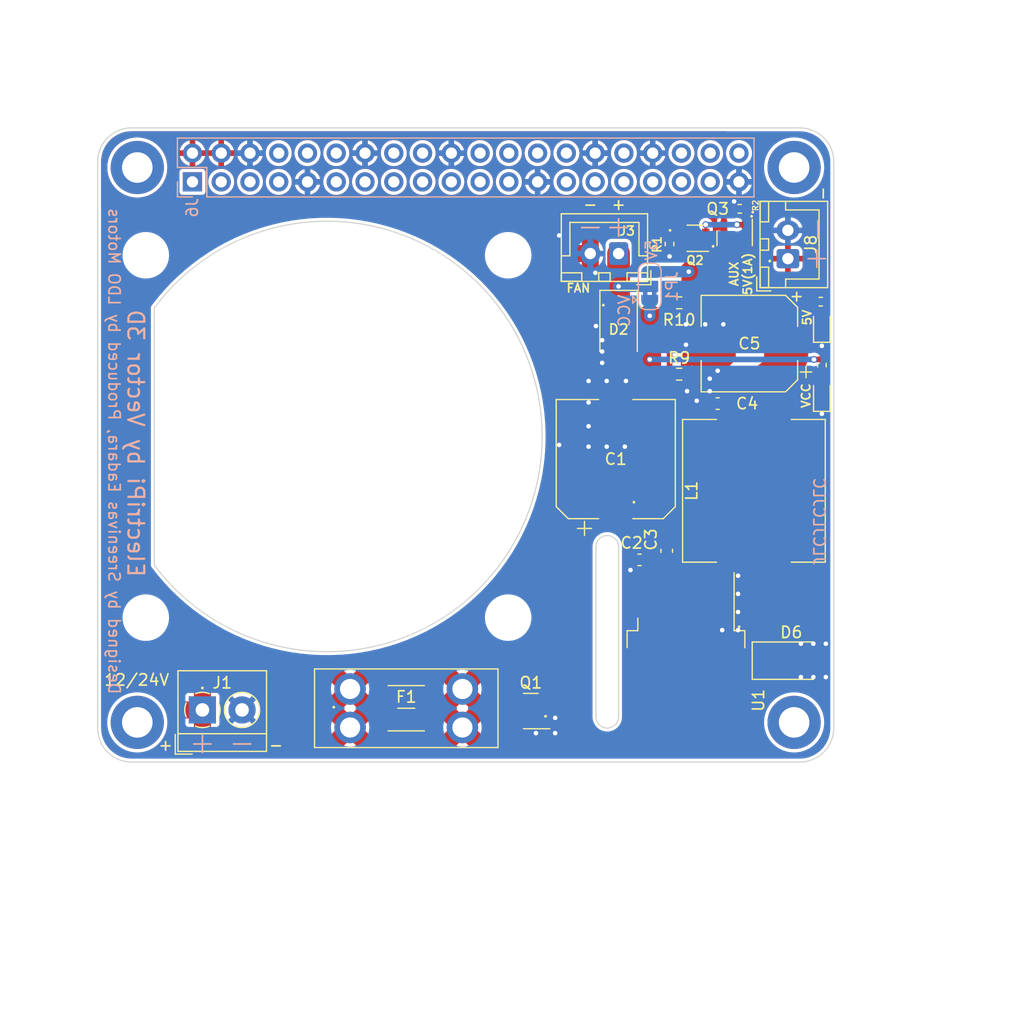
<source format=kicad_pcb>
(kicad_pcb (version 20211014) (generator pcbnew)
  (layers (0 "F.Cu" signal) (31 "B.Cu" signal) (34 "B.Paste" user) (35 "F.Paste" user) (36 "B.SilkS" user "B.Silkscreen") (37 "F.SilkS" user "F.Silkscreen") (38 "B.Mask" user) (39 "F.Mask" user) (44 "Edge.Cuts" user))
  (net 0 "")
  (net 1 "VCC")
  (net 2 "GND")
  (net 3 "Net-(C3-Pad1)")
  (net 4 "+5V")
  (net 5 "Net-(D3-Pad2)")
  (net 6 "Net-(D5-Pad2)")
  (net 7 "Net-(D6-Pad1)")
  (net 8 "Net-(F1-Pad1)")
  (net 9 "Net-(F1-Pad2)")
  (net 10 "5V_PI")
  (net 31 "Net-(Q2-Pad6)")
  (net 32 "Net-(Q2-Pad3)")
  (net 33 "Net-(R10-Pad1)")
  (net 34 "Net-(D2-Pad1)")
  (footprint "Connector_JST:JST_XH_B2B-XH-A_1x02_P2.50mm_Vertical" (layer "F.Cu") (at 146.2 64.8 90)
    (fp_text reference "J8" (at 1.25 2.025 90) (layer "F.SilkS"))
    (fp_text value "JST XH 01x02")
    (fp_line (start -0.75 -1.7) (end -0.75 -2.45) (layer "F.SilkS") (width 0.12))
    (fp_line (start 5.05 -0.2) (end 4.3 -0.2) (layer "F.SilkS") (width 0.12))
    (fp_line (start 0.75 -1.7) (end 1.75 -1.7) (layer "F.SilkS") (width 0.12))
    (fp_line (start -2.55 -2.45) (end -2.55 -1.7) (layer "F.SilkS") (width 0.12))
    (fp_line (start -2.56 -2.46) (end -2.56 3.51) (layer "F.SilkS") (width 0.12))
    (fp_line (start -2.85 -2.75) (end -2.85 -1.5) (layer "F.SilkS") (width 0.12))
    (fp_line (start -2.55 -0.2) (end -1.8 -0.2) (layer "F.SilkS") (width 0.12))
    (fp_line (start 1.75 -2.45) (end 0.75 -2.45) (layer "F.SilkS") (width 0.12))
    (fp_line (start -1.8 -0.2) (end -1.8 2.75) (layer "F.SilkS") (width 0.12))
    (fp_line (start 4.3 2.75) (end 1.25 2.75) (layer "F.SilkS") (width 0.12))
    (fp_line (start -2.55 -1.7) (end -0.75 -1.7) (layer "F.SilkS") (width 0.12))
    (fp_line (start 1.75 -1.7) (end 1.75 -2.45) (layer "F.SilkS") (width 0.12))
    (fp_line (start 5.06 3.51) (end 5.06 -2.46) (layer "F.SilkS") (width 0.12))
    (fp_line (start 5.05 -1.7) (end 5.05 -2.45) (layer "F.SilkS") (width 0.12))
    (fp_line (start -1.8 2.75) (end 1.25 2.75) (layer "F.SilkS") (width 0.12))
    (fp_line (start -0.75 -2.45) (end -2.55 -2.45) (layer "F.SilkS") (width 0.12))
    (fp_line (start 4.3 -0.2) (end 4.3 2.75) (layer "F.SilkS") (width 0.12))
    (fp_line (start 3.25 -1.7) (end 5.05 -1.7) (layer "F.SilkS") (width 0.12))
    (fp_line (start 5.05 -2.45) (end 3.25 -2.45) (layer "F.SilkS") (width 0.12))
    (fp_line (start -1.6 -2.75) (end -2.85 -2.75) (layer "F.SilkS") (width 0.12))
    (fp_line (start -2.56 3.51) (end 5.06 3.51) (layer "F.SilkS") (width 0.12))
    (fp_line (start 5.06 -2.46) (end -2.56 -2.46) (layer "F.SilkS") (width 0.12))
    (fp_line (start 3.25 -2.45) (end 3.25 -1.7) (layer "F.SilkS") (width 0.12))
    (fp_line (start 0.75 -2.45) (end 0.75 -1.7) (layer "F.SilkS") (width 0.12))
    (pad "1" thru_hole roundrect (at 0 0 90) (size 1.7 2) (drill 1) (layers *.Cu *.Mask) (roundrect_rratio 0.1470588235) (net 4 "+5V"))
    (pad "2" thru_hole oval (at 2.5 0 90) (size 1.7 2) (drill 1) (layers *.Cu *.Mask) (net 2 "GND"))
  )
  (footprint "Resistor_SMD:R_0402_1005Metric" (layer "F.Cu") (at 141.95 60.4 180)
    (fp_text reference "R2" (at -1.4 0.3 90) (layer "F.SilkS") (effects (font (size 0.5 0.5) (thickness 0.1))))
    (fp_text value "47K")
    (fp_line (start -0.153641 -0.38) (end 0.153641 -0.38) (layer "F.SilkS") (width 0.12))
    (fp_line (start -0.153641 0.38) (end 0.153641 0.38) (layer "F.SilkS") (width 0.12))
    (pad "1" smd roundrect (at -0.51 0 180) (size 0.54 0.64) (layers "F.Cu" "F.Paste" "F.Mask") (net 32 "Net-(Q2-Pad3)"))
    (pad "2" smd roundrect (at 0.51 0 180) (size 0.54 0.64) (layers "F.Cu" "F.Paste" "F.Mask") (net 2 "GND"))
  )
  (footprint "Resistor_SMD:R_0603_1608Metric" (layer "F.Cu") (at 136.6 75)
    (fp_text reference "R9" (at 0 -1.43) (layer "F.SilkS"))
    (fp_text value "3.3K")
    (fp_line (start -0.237258 -0.5225) (end 0.237258 -0.5225) (layer "F.SilkS") (width 0.12))
    (fp_line (start -0.237258 0.5225) (end 0.237258 0.5225) (layer "F.SilkS") (width 0.12))
    (pad "1" smd roundrect (at -0.825 0) (size 0.8 0.95) (layers "F.Cu" "F.Paste" "F.Mask") (net 33 "Net-(R10-Pad1)"))
    (pad "2" smd roundrect (at 0.825 0) (size 0.8 0.95) (layers "F.Cu" "F.Paste" "F.Mask") (net 2 "GND"))
  )
  (footprint "Package_TO_SOT_SMD:SOT-363_SC-70-6" (layer "F.Cu") (at 138 63 180)
    (fp_text reference "Q2" (at 0 -1.95) (layer "F.SilkS") (effects (font (size 0.75 0.75))))
    (fp_text value "50nA 150V 200mW 200mA")
    (fp_line (start 0.7 -1.16) (end -1.2 -1.16) (layer "F.SilkS") (width 0.12))
    (fp_line (start -0.7 1.16) (end 0.7 1.16) (layer "F.SilkS") (width 0.12))
    (pad "1" smd rect (at -0.95 -0.65 180) (size 0.65 0.4) (layers "F.Cu" "F.Paste" "F.Mask") (net 4 "+5V"))
    (pad "2" smd rect (at -0.95 0 180) (size 0.65 0.4) (layers "F.Cu" "F.Paste" "F.Mask") (net 31 "Net-(Q2-Pad6)"))
    (pad "3" smd rect (at -0.95 0.65 180) (size 0.65 0.4) (layers "F.Cu" "F.Paste" "F.Mask") (net 32 "Net-(Q2-Pad3)"))
    (pad "4" smd rect (at 0.95 0.65 180) (size 0.65 0.4) (layers "F.Cu" "F.Paste" "F.Mask") (net 10 "5V_PI"))
    (pad "5" smd rect (at 0.95 0 180) (size 0.65 0.4) (layers "F.Cu" "F.Paste" "F.Mask") (net 31 "Net-(Q2-Pad6)"))
    (pad "6" smd rect (at 0.95 -0.65 180) (size 0.65 0.4) (layers "F.Cu" "F.Paste" "F.Mask") (net 31 "Net-(Q2-Pad6)"))
  )
  (footprint "MountingHole:MountingHole_2.7mm_M2.5_DIN965_Pad" (layer "F.Cu") (at 88.75 56.75)
    (fp_text reference "H2" hide)
    (fp_text value "MountingHole")
    (pad "1" thru_hole circle locked (at 0 0) (size 4.7 4.7) (drill 2.7) (layers *.Cu *.Mask))
  )
  (footprint "Diode_SMD:D_SMA" (layer "F.Cu") (at 131.25 71 -90)
    (fp_text reference "D2" (at 0.05 0) (layer "F.SilkS") (effects (font (size 0.9 0.9))))
    (fp_text value "SS54")
    (fp_line (start -3.4 -1.65) (end 2 -1.65) (layer "F.SilkS") (width 0.12))
    (fp_line (start -3.4 -1.65) (end -3.4 1.65) (layer "F.SilkS") (width 0.12))
    (fp_line (start -3.4 1.65) (end 2 1.65) (layer "F.SilkS") (width 0.12))
    (pad "1" smd rect (at -2 0 270) (size 2.5 1.8) (layers "F.Cu" "F.Paste" "F.Mask") (net 34 "Net-(D2-Pad1)"))
    (pad "2" smd rect (at 2 0 270) (size 2.5 1.8) (layers "F.Cu" "F.Paste" "F.Mask") (net 2 "GND"))
  )
  (footprint "TerminalBlock_4Ucon:TerminalBlock_4Ucon_1x02_P3.50mm_Horizontal" (layer "F.Cu") (at 94.5 104.65)
    (fp_text reference "J1" (at 1.75 -2.4) (layer "F.SilkS"))
    (fp_text value "2444")
    (fp_line (start -2.16 2.1) (end 5.66 2.1) (layer "F.SilkS") (width 0.12))
    (fp_line (start -2.16 -3.46) (end -2.16 3.66) (layer "F.SilkS") (width 0.12))
    (fp_line (start -2.4 2.16) (end -2.4 3.9) (layer "F.SilkS") (width 0.12))
    (fp_line (start 5.66 -3.46) (end 5.66 3.66) (layer "F.SilkS") (width 0.12))
    (fp_line (start -2.16 -3.46) (end 5.66 -3.46) (layer "F.SilkS") (width 0.12))
    (fp_line (start -2.16 3.66) (end 5.66 3.66) (layer "F.SilkS") (width 0.12))
    (fp_line (start -2.4 3.9) (end -0.9 3.9) (layer "F.SilkS") (width 0.12))
    (fp_arc (start 1.432109 -0.607742) (mid 1.555727 0.00014) (end 1.432 0.608) (layer "F.SilkS") (width 0.12))
    (fp_arc (start -0.607742 -1.432109) (mid 0.00014 -1.555727) (end 0.608 -1.432) (layer "F.SilkS") (width 0.12))
    (fp_arc (start -1.432109 0.607742) (mid -1.555727 -0.00014) (end -1.432 -0.608) (layer "F.SilkS") (width 0.12))
    (fp_arc (start 0.027011 1.555493) (mid -0.296984 1.527118) (end -0.608 1.432) (layer "F.SilkS") (width 0.12))
    (fp_arc (start 0.607587 1.431385) (mid 0.310017 1.523783) (end 0 1.555) (layer "F.SilkS") (width 0.12))
    (fp_circle (center 3.5 0) (end 5.055 0) (layer "F.SilkS") (width 0.12) (fill none))
    (pad "1" thru_hole rect (at 0 0) (size 2.4 2.4) (drill 1.2) (layers *.Cu *.Mask) (net 8 "Net-(F1-Pad1)"))
    (pad "2" thru_hole circle (at 3.5 0) (size 2.4 2.4) (drill 1.2) (layers *.Cu *.Mask) (net 2 "GND"))
  )
  (footprint "Capacitor_SMD:C_0603_1608Metric" (layer "F.Cu") (at 135.5 90.6 90)
    (fp_text reference "C3" (at 1 -1.4 90) (layer "F.SilkS"))
    (fp_text value "1 uF")
    (fp_line (start -0.14058 0.51) (end 0.14058 0.51) (layer "F.SilkS") (width 0.12))
    (fp_line (start -0.14058 -0.51) (end 0.14058 -0.51) (layer "F.SilkS") (width 0.12))
    (pad "1" smd roundrect (at -0.775 0 90) (size 0.9 0.95) (layers "F.Cu" "F.Paste" "F.Mask") (net 3 "Net-(C3-Pad1)"))
    (pad "2" smd roundrect (at 0.775 0 90) (size 0.9 0.95) (layers "F.Cu" "F.Paste" "F.Mask") (net 1 "VCC"))
  )
  (footprint "Capacitor_SMD:CP_Elec_8x10" (layer "F.Cu") (at 142.8 72.3 180)
    (fp_text reference "C5" (at 0 0 180) (layer "F.SilkS"))
    (fp_text value "1000uF")
    (fp_line (start -4.26 -3.195563) (end -4.26 -1.51) (layer "F.SilkS") (width 0.12))
    (fp_line (start -3.195563 4.26) (end 4.26 4.26) (layer "F.SilkS") (width 0.12))
    (fp_line (start -4.26 3.195563) (end -4.26 1.51) (layer "F.SilkS") (width 0.12))
    (fp_line (start 4.26 4.26) (end 4.26 1.51) (layer "F.SilkS") (width 0.12))
    (fp_line (start -3.195563 -4.26) (end 4.26 -4.26) (layer "F.SilkS") (width 0.12))
    (fp_line (start -4.26 -3.195563) (end -3.195563 -4.26) (layer "F.SilkS") (width 0.12))
    (fp_line (start 4.26 -4.26) (end 4.26 -1.51) (layer "F.SilkS") (width 0.12))
    (fp_line (start -5.5 -2.51) (end -4.5 -2.51) (layer "F.SilkS") (width 0.12))
    (fp_line (start -5 -3.01) (end -5 -2.01) (layer "F.SilkS") (width 0.12))
    (fp_line (start -4.26 3.195563) (end -3.195563 4.26) (layer "F.SilkS") (width 0.12))
    (pad "1" smd roundrect (at -3.25 0 180) (size 3.5 2.5) (layers "F.Cu" "F.Paste" "F.Mask") (roundrect_rratio 0.1) (net 4 "+5V"))
    (pad "2" smd roundrect (at 3.25 0 180) (size 3.5 2.5) (layers "F.Cu" "F.Paste" "F.Mask") (roundrect_rratio 0.1) (net 2 "GND"))
  )
  (footprint "Package_TO_SOT_SMD:SOT-23" (layer "F.Cu") (at 123.5 104.75 180)
    (fp_text reference "Q1" (at 0 2.5) (layer "F.SilkS"))
    (fp_text value "30V 4A 44mΩ")
    (fp_line (start 0 1.56) (end -0.65 1.56) (layer "F.SilkS") (width 0.12))
    (fp_line (start 0 -1.56) (end 0.65 -1.56) (layer "F.SilkS") (width 0.12))
    (fp_line (start 0 1.56) (end 0.65 1.56) (layer "F.SilkS") (width 0.12))
    (fp_line (start 0 -1.56) (end -1.675 -1.56) (layer "F.SilkS") (width 0.12))
    (pad "1" smd roundrect (at -0.9375 -0.95 180) (size 1.475 0.6) (layers "F.Cu" "F.Paste" "F.Mask") (net 2 "GND"))
    (pad "2" smd roundrect (at -0.9375 0.95 180) (size 1.475 0.6) (layers "F.Cu" "F.Paste" "F.Mask") (net 1 "VCC"))
    (pad "3" smd roundrect (at 0.9375 0 180) (size 1.475 0.6) (layers "F.Cu" "F.Paste" "F.Mask") (net 9 "Net-(F1-Pad2)"))
  )
  (footprint "Resistor_SMD:R_0402_1005Metric" (layer "F.Cu") (at 135.75 63.5 -90)
    (fp_text reference "R1" (at 0.05 1.1 90) (layer "F.SilkS") (effects (font (size 0.75 0.75))))
    (fp_text value "10K")
    (fp_line (start -0.153641 0.38) (end 0.153641 0.38) (layer "F.SilkS") (width 0.12))
    (fp_line (start -0.153641 -0.38) (end 0.153641 -0.38) (layer "F.SilkS") (width 0.12))
    (pad "1" smd roundrect (at -0.51 0 270) (size 0.54 0.64) (layers "F.Cu" "F.Paste" "F.Mask") (net 31 "Net-(Q2-Pad6)"))
    (pad "2" smd roundrect (at 0.51 0 270) (size 0.54 0.64) (layers "F.Cu" "F.Paste" "F.Mask") (net 2 "GND"))
  )
  (footprint "Package_TO_SOT_SMD:SOT-23" (layer "F.Cu") (at 141.5 63 -90)
    (fp_text reference "Q3" (at -2.6 1.5 180) (layer "F.SilkS"))
    (fp_text value "30V 4A 44mΩ")
    (fp_line (start 0 -1.56) (end -1.675 -1.56) (layer "F.SilkS") (width 0.12))
    (fp_line (start 0 1.56) (end 0.65 1.56) (layer "F.SilkS") (width 0.12))
    (fp_line (start 0 -1.56) (end 0.65 -1.56) (layer "F.SilkS") (width 0.12))
    (fp_line (start 0 1.56) (end -0.65 1.56) (layer "F.SilkS") (width 0.12))
    (pad "1" smd roundrect (at -0.9375 -0.95 270) (size 1.475 0.6) (layers "F.Cu" "F.Paste" "F.Mask") (net 32 "Net-(Q2-Pad3)"))
    (pad "2" smd roundrect (at -0.9375 0.95 270) (size 1.475 0.6) (layers "F.Cu" "F.Paste" "F.Mask") (net 10 "5V_PI"))
    (pad "3" smd roundrect (at 0.9375 0 270) (size 1.475 0.6) (layers "F.Cu" "F.Paste" "F.Mask") (net 4 "+5V"))
  )
  (footprint "Capacitor_SMD:C_0603_1608Metric" (layer "F.Cu") (at 140 77.6 180)
    (fp_text reference "C4" (at -2.6 0) (layer "F.SilkS"))
    (fp_text value "1 uF")
    (fp_line (start -0.14058 0.51) (end 0.14058 0.51) (layer "F.SilkS") (width 0.12))
    (fp_line (start -0.14058 -0.51) (end 0.14058 -0.51) (layer "F.SilkS") (width 0.12))
    (pad "1" smd roundrect (at -0.775 0 180) (size 0.9 0.95) (layers "F.Cu" "F.Paste" "F.Mask") (net 4 "+5V"))
    (pad "2" smd roundrect (at 0.775 0 180) (size 0.9 0.95) (layers "F.Cu" "F.Paste" "F.Mask") (net 2 "GND"))
  )
  (footprint "Package_TO_SOT_SMD:TO-263-5_TabPin3" (layer "F.Cu") (at 137.2 100.6 -90)
    (fp_text reference "U1" (at 3.2 -6.4 90) (layer "F.SilkS"))
    (fp_text value "XL4015")
    (fp_line (start -2.95 -4.25) (end -8.075 -4.25) (layer "F.SilkS") (width 0.12))
    (fp_line (start -1.45 5.2) (end -2.95 5.2) (layer "F.SilkS") (width 0.12))
    (fp_line (start -1.45 -5.2) (end -2.95 -5.2) (layer "F.SilkS") (width 0.12))
    (fp_line (start -2.95 4.25) (end -4.05 4.25) (layer "F.SilkS") (width 0.12))
    (fp_line (start -2.95 -5.2) (end -2.95 -4.25) (layer "F.SilkS") (width 0.12))
    (fp_line (start -2.95 5.2) (end -2.95 4.25) (layer "F.SilkS") (width 0.12))
    (pad "1" smd rect (at -5.775 -3.4 270) (size 4.6 1.1) (layers "F.Cu" "F.Paste" "F.Mask") (net 2 "GND"))
    (pad "2" smd rect (at -5.775 -1.7 270) (size 4.6 1.1) (layers "F.Cu" "F.Paste" "F.Mask") (net 33 "Net-(R10-Pad1)"))
    (pad "3" smd rect (at -5.775 0 270) (size 4.6 1.1) (layers "F.Cu" "F.Paste" "F.Mask") (net 7 "Net-(D6-Pad1)"))
    (pad "3" smd rect (at 3.375 0 270) (size 9.4 10.8) (layers "F.Cu" "F.Mask") (net 7 "Net-(D6-Pad1)"))
    (pad "4" smd rect (at -5.775 1.7 270) (size 4.6 1.1) (layers "F.Cu" "F.Paste" "F.Mask") (net 3 "Net-(C3-Pad1)"))
    (pad "5" smd rect (at -5.775 3.4 270) (size 4.6 1.1) (layers "F.Cu" "F.Paste" "F.Mask") (net 1 "VCC"))
  )
  (footprint "MountingHole:MountingHole_3.5mm" (layer "F.Cu") (at 89.5 96.5)
    (fp_text reference "H5" hide)
    (fp_text value "MountingHole")
    (pad "" np_thru_hole circle locked (at 0 0) (size 3.5 3.5) (drill 3.5) (layers *.Cu *.Mask))
  )
  (footprint "Resistor_SMD:R_0402_1005Metric" (layer "F.Cu") (at 149.1 68.6 180)
    (fp_text reference "R6" hide)
    (fp_text value "1kR")
    (fp_line (start -0.153641 0.38) (end 0.153641 0.38) (layer "F.SilkS") (width 0.12))
    (fp_line (start -0.153641 -0.38) (end 0.153641 -0.38) (layer "F.SilkS") (width 0.12))
    (pad "1" smd roundrect (at -0.51 0 180) (size 0.54 0.64) (layers "F.Cu" "F.Paste" "F.Mask") (net 5 "Net-(D3-Pad2)"))
    (pad "2" smd roundrect (at 0.51 0 180) (size 0.54 0.64) (layers "F.Cu" "F.Paste" "F.Mask") (net 4 "+5V"))
  )
  (footprint "Fuse:Fuseholder_Blade_Mini_Keystone_3568" (layer "F.Cu") (at 107.54 102.8)
    (fp_text reference "F1" (at 4.96 0.7) (layer "F.SilkS"))
    (fp_text value "5A")
    (fp_line (start 6.56 3.7) (end 3.36 3.7) (layer "F.SilkS") (width 0.12))
    (fp_line (start 13.06 5.17) (end 13.06 -1.77) (layer "F.SilkS") (width 0.12))
    (fp_line (start 13.06 -1.77) (end -3.14 -1.77) (layer "F.SilkS") (width 0.12))
    (fp_line (start 3.36 -0.3) (end 6.56 -0.3) (layer "F.SilkS") (width 0.12))
    (fp_line (start -3.14 5.17) (end 13.06 5.17) (layer "F.SilkS") (width 0.12))
    (fp_line (start -3.14 -1.77) (end -3.14 5.17) (layer "F.SilkS") (width 0.12))
    (fp_line (start 4.21 1.7) (end 5.71 1.7) (layer "F.SilkS") (width 0.12))
    (pad "1" thru_hole circle (at 0 0) (size 2.78 2.78) (drill 1.78) (layers *.Cu *.Mask) (net 8 "Net-(F1-Pad1)"))
    (pad "1" thru_hole circle (at 0 3.4) (size 2.78 2.78) (drill 1.78) (layers *.Cu *.Mask) (net 8 "Net-(F1-Pad1)"))
    (pad "2" thru_hole circle (at 9.92 3.4) (size 2.78 2.78) (drill 1.78) (layers *.Cu *.Mask) (net 9 "Net-(F1-Pad2)"))
    (pad "2" thru_hole circle (at 9.92 0) (size 2.78 2.78) (drill 1.78) (layers *.Cu *.Mask) (net 9 "Net-(F1-Pad2)"))
  )
  (footprint "Diode_SMD:D_SMA" (layer "F.Cu") (at 146.45 100.3)
    (fp_text reference "D6" (at 0.05 -2.5) (layer "F.SilkS"))
    (fp_text value "SS54")
    (fp_line (start -3.4 1.65) (end 2 1.65) (layer "F.SilkS") (width 0.12))
    (fp_line (start -3.4 -1.65) (end 2 -1.65) (layer "F.SilkS") (width 0.12))
    (fp_line (start -3.4 -1.65) (end -3.4 1.65) (layer "F.SilkS") (width 0.12))
    (pad "1" smd rect (at -2 0) (size 2.5 1.8) (layers "F.Cu" "F.Paste" "F.Mask") (net 7 "Net-(D6-Pad1)"))
    (pad "2" smd rect (at 2 0) (size 2.5 1.8) (layers "F.Cu" "F.Paste" "F.Mask") (net 2 "GND"))
  )
  (footprint "Connector_JST:JST_XH_B2B-XH-A_1x02_P2.50mm_Vertical" (layer "F.Cu") (at 131.25 64.35 180)
    (fp_text reference "J3" (at -0.75 2) (layer "F.SilkS") (effects (font (size 0.8 0.8))))
    (fp_text value "JST XH 01x02")
    (fp_line (start 3.25 -2.45) (end 3.25 -1.7) (layer "F.SilkS") (width 0.12))
    (fp_line (start 1.75 -2.45) (end 0.75 -2.45) (layer "F.SilkS") (width 0.12))
    (fp_line (start -2.55 -1.7) (end -0.75 -1.7) (layer "F.SilkS") (width 0.12))
    (fp_line (start -1.6 -2.75) (end -2.85 -2.75) (layer "F.SilkS") (width 0.12))
    (fp_line (start -2.55 -0.2) (end -1.8 -0.2) (layer "F.SilkS") (width 0.12))
    (fp_line (start -0.75 -2.45) (end -2.55 -2.45) (layer "F.SilkS") (width 0.12))
    (fp_line (start 3.25 -1.7) (end 5.05 -1.7) (layer "F.SilkS") (width 0.12))
    (fp_line (start 1.75 -1.7) (end 1.75 -2.45) (layer "F.SilkS") (width 0.12))
    (fp_line (start -0.75 -1.7) (end -0.75 -2.45) (layer "F.SilkS") (width 0.12))
    (fp_line (start 5.06 3.51) (end 5.06 -2.46) (layer "F.SilkS") (width 0.12))
    (fp_line (start -2.55 -2.45) (end -2.55 -1.7) (layer "F.SilkS") (width 0.12))
    (fp_line (start 5.05 -2.45) (end 3.25 -2.45) (layer "F.SilkS") (width 0.12))
    (fp_line (start -1.8 2.75) (end 1.25 2.75) (layer "F.SilkS") (width 0.12))
    (fp_line (start 4.3 2.75) (end 1.25 2.75) (layer "F.SilkS") (width 0.12))
    (fp_line (start -2.56 -2.46) (end -2.56 3.51) (layer "F.SilkS") (width 0.12))
    (fp_line (start 0.75 -2.45) (end 0.75 -1.7) (layer "F.SilkS") (width 0.12))
    (fp_line (start -2.56 3.51) (end 5.06 3.51) (layer "F.SilkS") (width 0.12))
    (fp_line (start 5.05 -0.2) (end 4.3 -0.2) (layer "F.SilkS") (width 0.12))
    (fp_line (start 4.3 -0.2) (end 4.3 2.75) (layer "F.SilkS") (width 0.12))
    (fp_line (start -1.8 -0.2) (end -1.8 2.75) (layer "F.SilkS") (width 0.12))
    (fp_line (start 0.75 -1.7) (end 1.75 -1.7) (layer "F.SilkS") (width 0.12))
    (fp_line (start 5.05 -1.7) (end 5.05 -2.45) (layer "F.SilkS") (width 0.12))
    (fp_line (start -2.85 -2.75) (end -2.85 -1.5) (layer "F.SilkS") (width 0.12))
    (fp_line (start 5.06 -2.46) (end -2.56 -2.46) (layer "F.SilkS") (width 0.12))
    (pad "1" thru_hole roundrect (at 0 0 180) (size 1.7 2) (drill 1) (layers *.Cu *.Mask) (roundrect_rratio 0.1470588235) (net 34 "Net-(D2-Pad1)"))
    (pad "2" thru_hole oval (at 2.5 0 180) (size 1.7 2) (drill 1) (layers *.Cu *.Mask) (net 2 "GND"))
  )
  (footprint "MountingHole:MountingHole_3.5mm" (layer "F.Cu") (at 121.5 64.5)
    (fp_text reference "H6" hide)
    (fp_text value "MountingHole")
    (pad "" np_thru_hole circle locked (at 0 0) (size 3.5 3.5) (drill 3.5) (layers *.Cu *.Mask))
  )
  (footprint "Capacitor_SMD:CP_Elec_10x10" (layer "F.Cu") (at 131 82.5 90)
    (fp_text reference "C1" (at 0 0) (layer "F.SilkS"))
    (fp_text value "220uF")
    (fp_line (start -5.26 -4.195563) (end -5.26 -1.51) (layer "F.SilkS") (width 0.12))
    (fp_line (start 5.26 5.26) (end 5.26 1.51) (layer "F.SilkS") (width 0.12))
    (fp_line (start -5.26 -4.195563) (end -4.195563 -5.26) (layer "F.SilkS") (width 0.12))
    (fp_line (start -5.26 4.195563) (end -4.195563 5.26) (layer "F.SilkS") (width 0.12))
    (fp_line (start -4.195563 5.26) (end 5.26 5.26) (layer "F.SilkS") (width 0.12))
    (fp_line (start -6.125 -3.385) (end -6.125 -2.135) (layer "F.SilkS") (width 0.12))
    (fp_line (start 5.26 -5.26) (end 5.26 -1.51) (layer "F.SilkS") (width 0.12))
    (fp_line (start -4.195563 -5.26) (end 5.26 -5.26) (layer "F.SilkS") (width 0.12))
    (fp_line (start -5.26 4.195563) (end -5.26 1.51) (layer "F.SilkS") (width 0.12))
    (fp_line (start -6.75 -2.76) (end -5.5 -2.76) (layer "F.SilkS") (width 0.12))
    (pad "1" smd roundrect (at -4 0 90) (size 4 2.5) (layers "F.Cu" "F.Paste" "F.Mask") (roundrect_rratio 0.1) (net 1 "VCC"))
    (pad "2" smd roundrect (at 4 0 90) (size 4 2.5) (layers "F.Cu" "F.Paste" "F.Mask") (roundrect_rratio 0.1) (net 2 "GND"))
  )
  (footprint "MountingHole:MountingHole_2.7mm_M2.5_DIN965_Pad" (layer "F.Cu") (at 146.75 56.75)
    (fp_text reference "H3" hide)
    (fp_text value "MountingHole")
    (pad "1" thru_hole circle locked (at 0 0) (size 4.7 4.7) (drill 2.7) (layers *.Cu *.Mask))
  )
  (footprint "MountingHole:MountingHole_3.5mm" (layer "F.Cu") (at 89.5 64.5)
    (fp_text reference "H7" hide)
    (fp_text value "MountingHole")
    (pad "" np_thru_hole circle locked (at 0 0) (size 3.5 3.5) (drill 3.5) (layers *.Cu *.Mask))
  )
  (footprint "MountingHole:MountingHole_3.5mm" (layer "F.Cu") (at 121.5 96.5)
    (fp_text reference "H8" hide)
    (fp_text value "MountingHole")
    (pad "" np_thru_hole circle locked (at 0 0) (size 3.5 3.5) (drill 3.5) (layers *.Cu *.Mask))
  )
  (footprint "Capacitor_SMD:C_0603_1608Metric" (layer "F.Cu") (at 133.1 91.4 180)
    (fp_text reference "C2" (at 0.7 1.5 180) (layer "F.SilkS"))
    (fp_text value "1 uF")
    (fp_line (start -0.14058 -0.51) (end 0.14058 -0.51) (layer "F.SilkS") (width 0.12))
    (fp_line (start -0.14058 0.51) (end 0.14058 0.51) (layer "F.SilkS") (width 0.12))
    (pad "1" smd roundrect (at -0.775 0 180) (size 0.9 0.95) (layers "F.Cu" "F.Paste" "F.Mask") (net 1 "VCC"))
    (pad "2" smd roundrect (at 0.775 0 180) (size 0.9 0.95) (layers "F.Cu" "F.Paste" "F.Mask") (net 2 "GND"))
  )
  (footprint "LED_SMD:LED_0603_1608Metric" (layer "F.Cu") (at 149.2 76.8 90)
    (fp_text reference "D5" hide)
    (fp_text value "2.3V 20mA")
    (fp_line (start -1.485 0.735) (end 0.8 0.735) (layer "F.SilkS") (width 0.12))
    (fp_line (start -1.485 -0.735) (end -1.485 0.735) (layer "F.SilkS") (width 0.12))
    (fp_line (start 0.8 -0.735) (end -1.485 -0.735) (layer "F.SilkS") (width 0.12))
    (pad "1" smd roundrect (at -0.7875 0 90) (size 0.875 0.95) (layers "F.Cu" "F.Paste" "F.Mask") (net 2 "GND"))
    (pad "2" smd roundrect (at 0.7875 0 90) (size 0.875 0.95) (layers "F.Cu" "F.Paste" "F.Mask") (net 6 "Net-(D5-Pad2)"))
  )
  (footprint "LED_SMD:LED_0603_1608Metric" (layer "F.Cu") (at 149.2 70.7 90)
    (fp_text reference "D3" hide)
    (fp_text value "2.3V 20mA")
    (fp_line (start 0.8 -0.735) (end -1.485 -0.735) (layer "F.SilkS") (width 0.12))
    (fp_line (start -1.485 0.735) (end 0.8 0.735) (layer "F.SilkS") (width 0.12))
    (fp_line (start -1.485 -0.735) (end -1.485 0.735) (layer "F.SilkS") (width 0.12))
    (pad "1" smd roundrect (at -0.7875 0 90) (size 0.875 0.95) (layers "F.Cu" "F.Paste" "F.Mask") (net 2 "GND"))
    (pad "2" smd roundrect (at 0.7875 0 90) (size 0.875 0.95) (layers "F.Cu" "F.Paste" "F.Mask") (net 5 "Net-(D3-Pad2)"))
  )
  (footprint "Inductor_SMD:L_12x12mm_H6mm" (layer "F.Cu") (at 143.2 85.3 90)
    (fp_text reference "L1" (at 0 -5.5 90) (layer "F.SilkS"))
    (fp_text value "47 uH")
    (fp_line (start 6.3 -6.3) (end 6.3 -3.3) (layer "F.SilkS") (width 0.12))
    (fp_line (start -6.3 -3.3) (end -6.3 -6.3) (layer "F.SilkS") (width 0.12))
    (fp_line (start 6.3 6.3) (end -6.3 6.3) (layer "F.SilkS") (width 0.12))
    (fp_line (start 6.3 3.3) (end 6.3 6.3) (layer "F.SilkS") (width 0.12))
    (fp_line (start -6.3 -6.3) (end 6.3 -6.3) (layer "F.SilkS") (width 0.12))
    (fp_line (start -6.3 6.3) (end -6.3 3.3) (layer "F.SilkS") (width 0.12))
    (pad "1" smd rect (at -4.95 0 90) (size 2.9 5.4) (layers "F.Cu" "F.Paste" "F.Mask") (net 7 "Net-(D6-Pad1)"))
    (pad "2" smd rect (at 4.95 0 90) (size 2.9 5.4) (layers "F.Cu" "F.Paste" "F.Mask") (net 4 "+5V"))
  )
  (footprint "Resistor_SMD:R_0402_1005Metric" (layer "F.Cu") (at 149.2 74.2 90)
    (fp_text reference "R8" hide)
    (fp_text value "10kR")
    (fp_line (start -0.153641 -0.38) (end 0.153641 -0.38) (layer "F.SilkS") (width 0.12))
    (fp_line (start -0.153641 0.38) (end 0.153641 0.38) (layer "F.SilkS") (width 0.12))
    (pad "1" smd roundrect (at -0.51 0 90) (size 0.54 0.64) (layers "F.Cu" "F.Paste" "F.Mask") (net 6 "Net-(D5-Pad2)"))
    (pad "2" smd roundrect (at 0.51 0 90) (size 0.54 0.64) (layers "F.Cu" "F.Paste" "F.Mask") (net 1 "VCC"))
  )
  (footprint "Resistor_SMD:R_0603_1608Metric" (layer "F.Cu") (at 136.6 68.7)
    (fp_text reference "R10" (at 0 1.5) (layer "F.SilkS"))
    (fp_text value "10K")
    (fp_line (start -0.237258 -0.5225) (end 0.237258 -0.5225) (layer "F.SilkS") (width 0.12))
    (fp_line (start -0.237258 0.5225) (end 0.237258 0.5225) (layer "F.SilkS") (width 0.12))
    (pad "1" smd roundrect (at -0.825 0) (size 0.8 0.95) (layers "F.Cu" "F.Paste" "F.Mask") (net 33 "Net-(R10-Pad1)"))
    (pad "2" smd roundrect (at 0.825 0) (size 0.8 0.95) (layers "F.Cu" "F.Paste" "F.Mask") (net 4 "+5V"))
  )
  (footprint "MountingHole:MountingHole_2.7mm_M2.5_DIN965_Pad" (layer "F.Cu") (at 146.75 105.75)
    (fp_text reference "H1" hide)
    (fp_text value "MountingHole")
    (pad "1" thru_hole circle locked (at 0 0) (size 4.7 4.7) (drill 2.7) (layers *.Cu *.Mask))
  )
  (footprint "MountingHole:MountingHole_2.7mm_M2.5_DIN965_Pad" (layer "F.Cu") (at 88.75 105.75)
    (fp_text reference "H4" hide)
    (fp_text value "MountingHole")
    (pad "1" thru_hole circle locked (at 0 0) (size 4.7 4.7) (drill 2.7) (layers *.Cu *.Mask))
  )
  (footprint "Connector_PinSocket_2.54mm:PinSocket_2x20_P2.54mm_Vertical" (layer "B.Cu") (at 93.62 58.02 -90)
    (fp_text reference "J6" (at 2.28 0.02 90) (layer "B.SilkS") (effects (justify mirror)))
    (fp_text value "Raspberry_Pi_2_3")
    (fp_line (start -1.27 -1.27) (end 1.33 -1.27) (layer "B.SilkS") (width 0.12))
    (fp_line (start 1.33 -1.27) (end 1.33 -49.59) (layer "B.SilkS") (width 0.12))
    (fp_line (start -1.27 1.33) (end -1.27 -1.27) (layer "B.SilkS") (width 0.12))
    (fp_line (start -3.87 -49.59) (end 1.33 -49.59) (layer "B.SilkS") (width 0.12))
    (fp_line (start -3.87 1.33) (end -1.27 1.33) (layer "B.SilkS") (width 0.12))
    (fp_line (start 1.33 1.33) (end 1.33 0) (layer "B.SilkS") (width 0.12))
    (fp_line (start -3.87 1.33) (end -3.87 -49.59) (layer "B.SilkS") (width 0.12))
    (fp_line (start 0 1.33) (end 1.33 1.33) (layer "B.SilkS") (width 0.12))
    (pad "1" thru_hole rect (at 0 0 270) (size 1.7 1.7) (drill 1) (layers *.Cu *.Mask))
    (pad "2" thru_hole oval (at -2.54 0 270) (size 1.7 1.7) (drill 1) (layers *.Cu *.Mask) (net 10 "5V_PI"))
    (pad "3" thru_hole oval (at 0 -2.54 270) (size 1.7 1.7) (drill 1) (layers *.Cu *.Mask))
    (pad "4" thru_hole oval (at -2.54 -2.54 270) (size 1.7 1.7) (drill 1) (layers *.Cu *.Mask) (net 10 "5V_PI"))
    (pad "5" thru_hole oval (at 0 -5.08 270) (size 1.7 1.7) (drill 1) (layers *.Cu *.Mask))
    (pad "6" thru_hole oval (at -2.54 -5.08 270) (size 1.7 1.7) (drill 1) (layers *.Cu *.Mask) (net 2 "GND"))
    (pad "7" thru_hole oval (at 0 -7.62 270) (size 1.7 1.7) (drill 1) (layers *.Cu *.Mask))
    (pad "8" thru_hole oval (at -2.54 -7.62 270) (size 1.7 1.7) (drill 1) (layers *.Cu *.Mask))
    (pad "9" thru_hole oval (at 0 -10.16 270) (size 1.7 1.7) (drill 1) (layers *.Cu *.Mask) (net 2 "GND"))
    (pad "10" thru_hole oval (at -2.54 -10.16 270) (size 1.7 1.7) (drill 1) (layers *.Cu *.Mask))
    (pad "11" thru_hole oval (at 0 -12.7 270) (size 1.7 1.7) (drill 1) (layers *.Cu *.Mask))
    (pad "12" thru_hole oval (at -2.54 -12.7 270) (size 1.7 1.7) (drill 1) (layers *.Cu *.Mask))
    (pad "13" thru_hole oval (at 0 -15.24 270) (size 1.7 1.7) (drill 1) (layers *.Cu *.Mask))
    (pad "14" thru_hole oval (at -2.54 -15.24 270) (size 1.7 1.7) (drill 1) (layers *.Cu *.Mask) (net 2 "GND"))
    (pad "15" thru_hole oval (at 0 -17.78 270) (size 1.7 1.7) (drill 1) (layers *.Cu *.Mask))
    (pad "16" thru_hole oval (at -2.54 -17.78 270) (size 1.7 1.7) (drill 1) (layers *.Cu *.Mask))
    (pad "17" thru_hole oval (at 0 -20.32 270) (size 1.7 1.7) (drill 1) (layers *.Cu *.Mask))
    (pad "18" thru_hole oval (at -2.54 -20.32 270) (size 1.7 1.7) (drill 1) (layers *.Cu *.Mask))
    (pad "19" thru_hole oval (at 0 -22.86 270) (size 1.7 1.7) (drill 1) (layers *.Cu *.Mask))
    (pad "20" thru_hole oval (at -2.54 -22.86 270) (size 1.7 1.7) (drill 1) (layers *.Cu *.Mask) (net 2 "GND"))
    (pad "21" thru_hole oval (at 0 -25.4 270) (size 1.7 1.7) (drill 1) (layers *.Cu *.Mask))
    (pad "22" thru_hole oval (at -2.54 -25.4 270) (size 1.7 1.7) (drill 1) (layers *.Cu *.Mask))
    (pad "23" thru_hole oval (at 0 -27.94 270) (size 1.7 1.7) (drill 1) (layers *.Cu *.Mask))
    (pad "24" thru_hole oval (at -2.54 -27.94 270) (size 1.7 1.7) (drill 1) (layers *.Cu *.Mask))
    (pad "25" thru_hole oval (at 0 -30.48 270) (size 1.7 1.7) (drill 1) (layers *.Cu *.Mask) (net 2 "GND"))
    (pad "26" thru_hole oval (at -2.54 -30.48 270) (size 1.7 1.7) (drill 1) (layers *.Cu *.Mask))
    (pad "27" thru_hole oval (at 0 -33.02 270) (size 1.7 1.7) (drill 1) (layers *.Cu *.Mask))
    (pad "28" thru_hole oval (at -2.54 -33.02 270) (size 1.7 1.7) (drill 1) (layers *.Cu *.Mask))
    (pad "29" thru_hole oval (at 0 -35.56 270) (size 1.7 1.7) (drill 1) (layers *.Cu *.Mask))
    (pad "30" thru_hole oval (at -2.54 -35.56 270) (size 1.7 1.7) (drill 1) (layers *.Cu *.Mask) (net 2 "GND"))
    (pad "31" thru_hole oval (at 0 -38.1 270) (size 1.7 1.7) (drill 1) (layers *.Cu *.Mask))
    (pad "32" thru_hole oval (at -2.54 -38.1 270) (size 1.7 1.7) (drill 1) (layers *.Cu *.Mask))
    (pad "33" thru_hole oval (at 0 -40.64 270) (size 1.7 1.7) (drill 1) (layers *.Cu *.Mask))
    (pad "34" thru_hole oval (at -2.54 -40.64 270) (size 1.7 1.7) (drill 1) (layers *.Cu *.Mask) (net 2 "GND"))
    (pad "35" thru_hole oval (at 0 -43.18 270) (size 1.7 1.7) (drill 1) (layers *.Cu *.Mask))
    (pad "36" thru_hole oval (at -2.54 -43.18 270) (size 1.7 1.7) (drill 1) (layers *.Cu *.Mask))
    (pad "37" thru_hole oval (at 0 -45.72 270) (size 1.7 1.7) (drill 1) (layers *.Cu *.Mask))
    (pad "38" thru_hole oval (at -2.54 -45.72 270) (size 1.7 1.7) (drill 1) (layers *.Cu *.Mask))
    (pad "39" thru_hole oval (at 0 -48.26 270) (size 1.7 1.7) (drill 1) (layers *.Cu *.Mask) (net 2 "GND"))
    (pad "40" thru_hole oval (at -2.54 -48.26 270) (size 1.7 1.7) (drill 1) (layers *.Cu *.Mask))
  )
  (footprint "Jumper:SolderJumper-3_P1.3mm_Bridged2Bar12_RoundedPad1.0x1.5mm" (layer "B.Cu") (at 134 67.25 90)
    (fp_text reference "JP1" (at 0 1.95 90) (layer "B.SilkS") (effects (justify mirror)))
    (fp_text value "SolderJumper_3_Bridged12")
    (fp_poly (pts (xy -0.9 0.6) (xy -0.4 0.6) (xy -0.4 0.2) (xy -0.9 0.2)) (layer "B.Cu") (width 0) (fill solid))
    (fp_poly (pts (xy -0.9 -0.2) (xy -0.4 -0.2) (xy -0.4 -0.6) (xy -0.9 -0.6)) (layer "B.Cu") (width 0) (fill solid))
    (fp_line (start -1.2 -1.2) (end -0.9 -1.5) (layer "B.SilkS") (width 0.12))
    (fp_line (start -1.2 -1.2) (end -1.5 -1.5) (layer "B.SilkS") (width 0.12))
    (fp_line (start 2.05 0.3) (end 2.05 -0.3) (layer "B.SilkS") (width 0.12))
    (fp_line (start 1.4 -1) (end -1.4 -1) (layer "B.SilkS") (width 0.12))
    (fp_line (start -1.4 1) (end 1.4 1) (layer "B.SilkS") (width 0.12))
    (fp_line (start -2.05 -0.3) (end -2.05 0.3) (layer "B.SilkS") (width 0.12))
    (fp_line (start -1.5 -1.5) (end -0.9 -1.5) (layer "B.SilkS") (width 0.12))
    (fp_arc (start -2.05 -0.3) (mid -1.844975 -0.794975) (end -1.35 -1) (layer "B.SilkS") (width 0.12))
    (fp_arc (start -1.35 1) (mid -1.844975 0.794975) (end -2.05 0.3) (layer "B.SilkS") (width 0.12))
    (fp_arc (start 2.05 0.3) (mid 1.844975 0.794975) (end 1.35 1) (layer "B.SilkS") (width 0.12))
    (fp_arc (start 1.35 -1) (mid 1.844975 -0.794975) (end 2.05 -0.3) (layer "B.SilkS") (width 0.12))
    (pad "1" smd custom (at -1.3 0 90) (size 1 0.5) (layers "B.Cu" "B.Mask") (net 1 "VCC") (options (clearance outline) (anchor rect)) (primitives (gr_circle (center 0 -0.25) (end 0.5 -0.25) (width 0) (fill yes)) (gr_circle (center 0 0.25) (end 0.5 0.25) (width 0) (fill yes)) (gr_poly (pts (xy 0.55 -0.75) (xy 0 -0.75) (xy 0 0.75) (xy 0.55 0.75)) (width 0) (fill yes))))
    (pad "2" smd rect (at 0 0 90) (size 1 1.5) (layers "B.Cu" "B.Mask") (net 34 "Net-(D2-Pad1)"))
    (pad "3" smd custom (at 1.3 0 90) (size 1 0.5) (layers "B.Cu" "B.Mask") (net 4 "+5V") (options (clearance outline) (anchor rect)) (primitives (gr_circle (center 0 -0.25) (end 0.5 -0.25) (width 0) (fill yes)) (gr_circle (center 0 0.25) (end 0.5 0.25) (width 0) (fill yes)) (gr_poly (pts (xy 0 -0.75) (xy -0.55 -0.75) (xy -0.55 0.75) (xy 0 0.75)) (width 0) (fill yes))))
  )
  (gr_line (start 85.25 71.75) (end 85.25 106.25) (layer "Edge.Cuts") (width 0.1))
  (gr_arc (start 147.25 53.25) (mid 149.37132 54.12868) (end 150.25 56.25) (layer "Edge.Cuts") (width 0.1))
  (gr_line (start 129.25 90.25) (end 129.25 105.25) (layer "Edge.Cuts") (width 0.1))
  (gr_arc (start 88.25 109.25) (mid 86.12868 108.37132) (end 85.25 106.25) (layer "Edge.Cuts") (width 0.1))
  (gr_line (start 90.25 69.15) (end 90.25 91.85) (layer "Edge.Cuts") (width 0.1))
  (gr_line (start 88.25 109.25) (end 147.25 109.25) (layer "Edge.Cuts") (width 0.1))
  (gr_arc (start 150.25 106.25) (mid 149.37132 108.37132) (end 147.25 109.25) (layer "Edge.Cuts") (width 0.1))
  (gr_arc (start 129.25 90.25) (mid 130.25 89.25) (end 131.25 90.25) (layer "Edge.Cuts") (width 0.1))
  (gr_line (start 131.25 90.25) (end 131.25 105.25) (layer "Edge.Cuts") (width 0.1))
  (gr_line (start 88.25 53.25) (end 147.25 53.25) (layer "Edge.Cuts") (width 0.1))
  (gr_arc (start 85.25 56.25) (mid 86.12868 54.12868) (end 88.25 53.25) (layer "Edge.Cuts") (width 0.1))
  (gr_arc (start 131.25 105.25) (mid 130.25 106.25) (end 129.25 105.25) (layer "Edge.Cuts") (width 0.1))
  (gr_line (start 85.25 56.25) (end 85.25 71.75) (layer "Edge.Cuts") (width 0.1))
  (gr_line (start 150.25 56.25) (end 150.25 106.25) (layer "Edge.Cuts") (width 0.1))
  (gr_arc (start 90.25 69.15) (mid 124.500062 80.5) (end 90.25 91.85) (layer "Edge.Cuts") (width 0.1))
  (gr_text "ElectriPi by Vector 3D" (at 88.6 81.1 270) (layer "B.SilkS") (effects (font (size 1.4 1.4) (thickness 0.2)) (justify mirror)))
  (gr_text "Designed by Sreenivas Eadara, Produced by LDO Motors" (at 86.7 81.8 270) (layer "B.SilkS") (effects (font (size 1 1)) (justify mirror)))
  (gr_text "+" (at 131.25 61.9) (layer "B.SilkS") (effects (font (size 2 2)) (justify mirror)))
  (gr_text "5V" (at 134.15 64.05 90) (layer "B.SilkS") (effects (font (size 1 1)) (justify mirror)))
  (gr_text "+" (at 94.5 107.5) (layer "B.SilkS") (effects (font (size 2 2)) (justify mirror)))
  (gr_text "JLCJLCJLC" (at 148.95 88 270) (layer "B.SilkS") (effects (font (size 1 1)) (justify mirror)))
  (gr_text "-" (at 148.7 62.2 90) (layer "B.SilkS") (effects (font (size 2 2)) (justify mirror)))
  (gr_text "-" (at 98 107.5) (layer "B.SilkS") (effects (font (size 2 2)) (justify mirror)))
  (gr_text "VCC" (at 131.75 69.4 90) (layer "B.SilkS") (effects (font (size 1 1)) (justify mirror)))
  (gr_text "+" (at 148.6 64.8 90) (layer "B.SilkS") (effects (font (size 2 2)) (justify mirror)))
  (gr_text "-" (at 128.75 61.9) (layer "B.SilkS") (effects (font (size 2 2)) (justify mirror)))
  (gr_text "-" (at 149.25 59.05 90) (layer "F.SilkS") (effects (font (size 1 1))))
  (gr_text "." (at 143.1 61.1 180) (layer "F.SilkS") (effects (font (size 1 1))))
  (gr_text "." (at 143 60.65) (layer "F.SilkS") (effects (font (size 1 1))))
  (gr_text "+" (at 131.25 60) (layer "F.SilkS") (effects (font (size 1 1))))
  (gr_text "." (at 124.8 104.8) (layer "F.SilkS") (effects (font (size 1 1))))
  (gr_text "VCC" (at 147.8 76.9 90) (layer "F.SilkS") (effects (font (size 0.75 0.75))))
  (gr_text "." (at 94.5 102.3) (layer "F.SilkS") (effects (font (size 1 1))))
  (gr_text "-" (at 128.75 60) (layer "F.SilkS") (effects (font (size 1 1))))
  (gr_text "5V" (at 147.9 70 90) (layer "F.SilkS") (effects (font (size 0.75 0.75))))
  (gr_text "AUX\n5V(1A)" (at 142.05 66.15 90) (layer "F.SilkS") (effects (font (size 0.75 0.75))))
  (gr_text "+" (at 146.9 68.15 90) (layer "F.SilkS") (effects (font (size 1 1))))
  (gr_text "FAN" (at 127.7 67.4) (layer "F.SilkS") (effects (font (size 0.75 0.75))))
  (gr_text "." (at 129.9 68.5) (layer "F.SilkS") (effects (font (size 1 1))))
  (gr_text "+" (at 91.25 107.75) (layer "F.SilkS") (effects (font (size 1 1))))
  (gr_text "." (at 132.6 85.9) (layer "F.SilkS") (effects (font (size 1 1))))
  (gr_text "." (at 141.9 96.9) (layer "F.SilkS") (effects (font (size 1 1))))
  (gr_text "." (at 144.6 64.6) (layer "F.SilkS") (effects (font (size 1 1))))
  (gr_text "-" (at 101 107.75) (layer "F.SilkS") (effects (font (size 1 1))))
  (gr_text "12/24V" (at 88.7 102) (layer "F.SilkS") (effects (font (size 1 1))))
  (gr_text "." (at 136.2 62.3 270) (layer "F.SilkS") (effects (font (size 1 1))))
  (gr_text "." (at 106.1 104) (layer "F.SilkS") (effects (font (size 1 1))))
  (gr_text "." (at 139.6 63.3) (layer "F.SilkS") (effects (font (size 1 1))))
  (segment (start 148.5 73.7) (end 149.19 73.7) (width 0.5) (layer "F.Cu") (net 1))
  (segment (start 134 73.7) (end 134 69.85) (width 2) (layer "F.Cu") (net 1))
  (segment (start 135.5 89.825) (end 133.875 89.825) (width 1) (layer "F.Cu") (net 1))
  (segment (start 149.19 73.7) (end 149.2 73.69) (width 0.5) (layer "F.Cu") (net 1))
  (segment (start 134 73.7) (end 134 87.5) (width 2) (layer "F.Cu") (net 1))
  (via (at 134 73.7) (size 0.6) (drill 0.4) (layers "F.Cu" "B.Cu") (net 1))
  (via (at 134 69.85) (size 0.6) (drill 0.4) (layers "F.Cu" "B.Cu") (net 1))
  (via (at 148.5 73.7) (size 0.6) (drill 0.4) (layers "F.Cu" "B.Cu") (net 1))
  (segment (start 134 73.7) (end 148.5 73.7) (width 0.5) (layer "B.Cu") (net 1))
  (segment (start 134 69.85) (end 134 68.55) (width 1) (layer "B.Cu") (net 1))
  (segment (start 149.2 78.5) (end 149.2 77.5875) (width 1) (layer "F.Cu") (net 2))
  (segment (start 132.325 91.4) (end 132.325 92.275) (width 1) (layer "F.Cu") (net 2))
  (segment (start 141.44 60.4) (end 141.44 59.76) (width 0.5) (layer "F.Cu") (net 2))
  (segment (start 132.325 92.275) (end 132.3 92.3) (width 1) (layer "F.Cu") (net 2))
  (segment (start 149.2 71.4875) (end 149.2 72.5) (width 1) (layer "F.Cu") (net 2))
  (segment (start 135.75 64.01) (end 135.75 64.6) (width 0.5) (layer "F.Cu") (net 2))
  (segment (start 141.44 59.76) (end 141.45 59.75) (width 0.5) (layer "F.Cu") (net 2))
  (via (at 126 62.75) (size 0.6) (drill 0.4) (layers "F.Cu" "B.Cu") (net 2))
  (via (at 149.2 78.5) (size 0.6) (drill 0.4) (layers "F.Cu" "B.Cu") (net 2))
  (via (at 148.45 101.75) (size 0.6) (drill 0.4) (layers "F.Cu" "B.Cu") (net 2))
  (via (at 123.95 106.7) (size 0.6) (drill 0.4) (layers "F.Cu" "B.Cu") (net 2))
  (via (at 140.5 70.6) (size 0.6) (drill 0.4) (layers "F.Cu" "B.Cu") (net 2))
  (via (at 129.8 74) (size 0.6) (drill 0.4) (layers "F.Cu" "B.Cu") (net 2))
  (via (at 132.3 92.3) (size 0.6) (drill 0.4) (layers "F.Cu" "B.Cu") (net 2))
  (via (at 141.45 59.75) (size 0.6) (drill 0.4) (layers "F.Cu" "B.Cu") (net 2))
  (via (at 137.3 76.5) (size 0.6) (drill 0.4) (layers "F.Cu" "B.Cu") (net 2))
  (via (at 137.2 72.4) (size 0.6) (drill 0.4) (layers "F.Cu" "B.Cu") (net 2))
  (via (at 141.8 92.8) (size 0.6) (drill 0.4) (layers "F.Cu" "B.Cu") (net 2))
  (via (at 128.6 77.5) (size 0.6) (drill 0.4) (layers "F.Cu" "B.Cu") (net 2))
  (via (at 139.3 76.5) (size 0.6) (drill 0.4) (layers "F.Cu" "B.Cu") (net 2))
  (via (at 139.3 75.4) (size 0.6) (drill 0.4) (layers "F.Cu" "B.Cu") (net 2))
  (via (at 138.9 70.6) (size 0.6) (drill 0.4) (layers "F.Cu" "B.Cu") (net 2))
  (via (at 148.449999 98.8) (size 0.6) (drill 0.4) (layers "F.Cu" "B.Cu") (net 2))
  (via (at 130.2 75.6) (size 0.6) (drill 0.4) (layers "F.Cu" "B.Cu") (net 2))
  (via (at 135.75 64.6) (size 0.6) (drill 0.4) (layers "F.Cu" "B.Cu") (net 2))
  (via (at 149.2 72.5) (size 0.6) (drill 0.4) (layers "F.Cu" "B.Cu") (net 2))
  (via (at 131.8 81.4) (size 0.6) (drill 0.4) (layers "F.Cu" "B.Cu") (net 2))
  (via (at 149.55 101.75) (size 0.6) (drill 0.4) (layers "F.Cu" "B.Cu") (net 2))
  (via (at 128.6 75.6) (size 0.6) (drill 0.4) (layers "F.Cu" "B.Cu") (net 2))
  (via (at 129.8 72) (size 0.6) (drill 0.4) (layers "F.Cu" "B.Cu") (net 2))
  (via (at 141.8 94.4) (size 0.6) (drill 0.4) (layers "F.Cu" "B.Cu") (net 2))
  (via (at 141.8 97.6) (size 0.6) (drill 0.4) (layers "F.Cu" "B.Cu") (net 2))
  (via (at 129.8 73) (size 0.6) (drill 0.4) (layers "F.Cu" "B.Cu") (net 2))
  (via (at 140.4 97.6) (size 0.6) (drill 0.4) (layers "F.Cu" "B.Cu") (net 2))
  (via (at 140 74.7) (size 0.6) (drill 0.4) (layers "F.Cu" "B.Cu") (net 2))
  (via (at 130.2 81.4) (size 0.6) (drill 0.4) (layers "F.Cu" "B.Cu") (net 2))
  (via (at 128.6 79.6) (size 0.6) (drill 0.4) (layers "F.Cu" "B.Cu") (net 2))
  (via (at 147.35 101.75) (size 0.6) (drill 0.4) (layers "F.Cu" "B.Cu") (net 2))
  (via (at 126 81.25) (size 0.6) (drill 0.4) (layers "F.Cu" "B.Cu") (net 2))
  (via (at 129.2 66.05) (size 0.6) (drill 0.4) (layers "F.Cu" "B.Cu") (net 2))
  (via (at 128.6 81.4) (size 0.6) (drill 0.4) (layers "F.Cu" "B.Cu") (net 2))
  (via (at 129.25 70.75) (size 0.6) (drill 0.4) (layers "F.Cu" "B.Cu") (net 2))
  (via (at 125.65 106.7) (size 0.6) (drill 0.4) (layers "F.Cu" "B.Cu") (net 2))
  (via (at 137.2 70.6) (size 0.6) (drill 0.4) (layers "F.Cu" "B.Cu") (net 2))
  (via (at 138.15 77.35) (size 0.6) (drill 0.4) (layers "F.Cu" "B.Cu") (net 2))
  (via (at 149.55 98.8) (size 0.6) (drill 0.4) (layers "F.Cu" "B.Cu") (net 2))
  (via (at 147.35 98.8) (size 0.6) (drill 0.4) (layers "F.Cu" "B.Cu") (net 2))
  (via (at 125.65 105.35) (size 0.6) (drill 0.4) (layers "F.Cu" "B.Cu") (net 2))
  (via (at 131.9 75.6) (size 0.6) (drill 0.4) (layers "F.Cu" "B.Cu") (net 2))
  (via (at 141.8 96) (size 0.6) (drill 0.4) (layers "F.Cu" "B.Cu") (net 2))
  (segment (start 135.5 94.825) (end 135.5 91.375) (width 1) (layer "F.Cu") (net 3))
  (segment (start 148.59 68.6) (end 146.1 68.6) (width 0.5) (layer "F.Cu") (net 4))
  (via (at 137.45 65.95) (size 0.6) (drill 0.4) (layers "F.Cu" "B.Cu") (net 4))
  (segment (start 134 65.95) (end 137.45 65.95) (width 1) (layer "B.Cu") (net 4))
  (segment (start 149.61 69.5025) (end 149.61 68.6) (width 0.5) (layer "F.Cu") (net 5))
  (segment (start 149.2 69.9125) (end 149.61 69.5025) (width 0.5) (layer "F.Cu") (net 5))
  (segment (start 149.2 74.71) (end 149.2 76.0125) (width 0.5) (layer "F.Cu") (net 6))
  (segment (start 144.5 100.25) (end 144.5 91.55) (width 2) (layer "F.Cu") (net 7))
  (segment (start 140.875 100.3) (end 137.2 103.975) (width 2) (layer "F.Cu") (net 7))
  (segment (start 144.45 100.3) (end 144.5 100.25) (width 2) (layer "F.Cu") (net 7))
  (segment (start 144.5 91.55) (end 143.2 90.25) (width 2) (layer "F.Cu") (net 7))
  (segment (start 137.2 94.825) (end 137.2 103.975) (width 1) (layer "F.Cu") (net 7))
  (segment (start 144.45 100.3) (end 140.875 100.3) (width 2) (layer "F.Cu") (net 7))
  (segment (start 137.05 63) (end 138.95 63) (width 0.25) (layer "F.Cu") (net 31))
  (segment (start 137.05 63.65) (end 137.05 63) (width 0.25) (layer "F.Cu") (net 31))
  (segment (start 137.05 63) (end 135.76 63) (width 0.25) (layer "F.Cu") (net 31))
  (segment (start 141.7 61.8) (end 142.1875 61.8) (width 0.5) (layer "F.Cu") (net 32))
  (segment (start 142.45 62.0625) (end 142.45 60.41) (width 0.5) (layer "F.Cu") (net 32))
  (segment (start 142.1875 61.8) (end 142.45 62.0625) (width 0.5) (layer "F.Cu") (net 32))
  (segment (start 138.95 62.35) (end 138.95 61.8) (width 0.25) (layer "F.Cu") (net 32))
  (via (at 138.95 61.8) (size 0.6) (drill 0.4) (layers "F.Cu" "B.Cu") (net 32))
  (via (at 141.7 61.8) (size 0.6) (drill 0.4) (layers "F.Cu" "B.Cu") (net 32))
  (segment (start 138.95 61.8) (end 141.7 61.8) (width 0.5) (layer "B.Cu") (net 32))
  (segment (start 138.9 94.825) (end 138.9 91.4) (width 0.5) (layer "F.Cu") (net 33))
  (segment (start 135.75 88.25) (end 135.75 68.725) (width 0.5) (layer "F.Cu") (net 33))
  (segment (start 138.9 91.4) (end 135.75 88.25) (width 0.5) (layer "F.Cu") (net 33))
  (segment (start 135.75 68.725) (end 135.775 68.7) (width 0.5) (layer "F.Cu") (net 33))
  (segment (start 131.25 64.35) (end 131.25 69) (width 2) (layer "F.Cu") (net 34))
  (via (at 131.25 67.25) (size 0.6) (drill 0.4) (layers "F.Cu" "B.Cu") (net 34))
  (segment (start 131.25 67.25) (end 134 67.25) (width 1) (layer "B.Cu") (net 34))
  (zone (net 8) (net_name "Net-(F1-Pad1)") (layer "F.Cu") (connect_pads thru_hole_only (clearance 0.508)) (min_thickness 0.254) (fill yes (thermal_gap 0.508) (thermal_bridge_width 1.5))
    (polygon (pts (xy 111.5 108.5) (xy 91.75 108.5) (xy 91.75 100.5) (xy 111.5 100.5)))
  )
  (zone (net 1) (net_name "VCC") (layer "F.Cu") (connect_pads yes (clearance 0.508)) (min_thickness 0.254) (fill yes (thermal_gap 0.508) (thermal_bridge_width 1.5))
    (polygon (pts (xy 134.55 97.1) (xy 133.15 97.1) (xy 133.15 92.25) (xy 129 92.25) (xy 129 103.2) (xy 127.8 104.3) (xy 124 104.25) (xy 124 102) (xy 125.5 100.5) (xy 125.5 86.2) (xy 127.25 84.3) (xy 134.55 84.3)))
  )
  (zone (net 2) (net_name "GND") (layer "F.Cu") (connect_pads thru_hole_only (clearance 0.3)) (min_thickness 0.2) (fill yes (thermal_gap 0.3) (thermal_bridge_width 0.5))
    (polygon (pts (xy 140.7 70.2) (xy 141.6 71.1) (xy 141.6 73.7) (xy 139.7 75.7) (xy 139.7 76.9) (xy 139.7 78.3) (xy 138.55 78.3) (xy 136.75 76.75) (xy 136.75 70.2)))
  )
  (zone (net 9) (net_name "Net-(F1-Pad2)") (layer "F.Cu") (connect_pads thru_hole_only (clearance 0.508)) (min_thickness 0.254) (fill yes (thermal_gap 0.508) (thermal_bridge_width 1.5))
    (polygon (pts (xy 123 108.5) (xy 113.5 108.5) (xy 113.5 100.5) (xy 123 100.5)))
  )
  (zone (net 4) (net_name "+5V") (layer "F.Cu") (connect_pads thru_hole_only (clearance 0.3)) (min_thickness 0.2) (fill yes (thermal_gap 0.3) (thermal_bridge_width 0.5))
    (polygon (pts (xy 148 73.7) (xy 146.1 78.6) (xy 146.1 82) (xy 140.3 82) (xy 140.3 76.9) (xy 144.1 73.8) (xy 144.1 70.7) (xy 142.9 69.45) (xy 136.8 69.45) (xy 136.8 65.45) (xy 138.6 63.45) (xy 148 63.45)))
  )
  (zone (net 2) (net_name "GND") (layer "F.Cu") (connect_pads thru_hole_only (clearance 0.3)) (min_thickness 0.2) (fill yes (thermal_gap 0.3) (thermal_bridge_width 0.5))
    (polygon (pts (xy 149.9 102.15) (xy 147 102.15) (xy 147 98.45) (xy 149.9 98.45)))
  )
  (zone (net 2) (net_name "GND") (layer "F.Cu") (connect_pads thru_hole_only (clearance 0.3)) (min_thickness 0.2) (fill yes (thermal_gap 0.3) (thermal_bridge_width 0.5))
    (polygon (pts (xy 142.2 98.05) (xy 139.85 98.05) (xy 139.85 92.4) (xy 142.2 92.4)))
  )
  (zone (net 10) (net_name "5V_PI") (layer "F.Cu") (connect_pads thru_hole_only (clearance 0.3)) (min_thickness 0.2) (fill yes (thermal_gap 0.3) (thermal_bridge_width 0.5))
    (polygon (pts (xy 140.85 62.55) (xy 136.6 62.55) (xy 134.6 60.5) (xy 127.25 60.5) (xy 125.5 60.5) (xy 85.25 60.5) (xy 85.25 53.25) (xy 140.85 53.25)))
  )
  (zone (net 2) (net_name "GND") (layer "F.Cu") (connect_pads yes (clearance 0.508)) (min_thickness 0.254) (fill yes (thermal_gap 0.508) (thermal_bridge_width 0.508))
    (polygon (pts (xy 126 107.05) (xy 123.6 107.05) (xy 123.6 105) (xy 126 105)))
  )
  (zone (net 2) (net_name "GND") (layer "F.Cu") (connect_pads thru_hole_only (clearance 0.508)) (min_thickness 0.254) (fill yes (thermal_gap 0.508) (thermal_bridge_width 1.5))
    (polygon (pts (xy 132.3 81.75) (xy 125.55 81.75) (xy 125.55 62.25) (xy 132.3 62.25)))
  )
  (zone (net 2) (net_name "GND") (layer "B.Cu") (connect_pads (clearance 0.3)) (min_thickness 0.2) (fill yes (thermal_gap 0.3) (thermal_bridge_width 0.508))
    (polygon (pts (xy 150.25 109.25) (xy 85.250958 109.25) (xy 85.25 53.249996) (xy 150.25 53.25)))
  )
)
</source>
